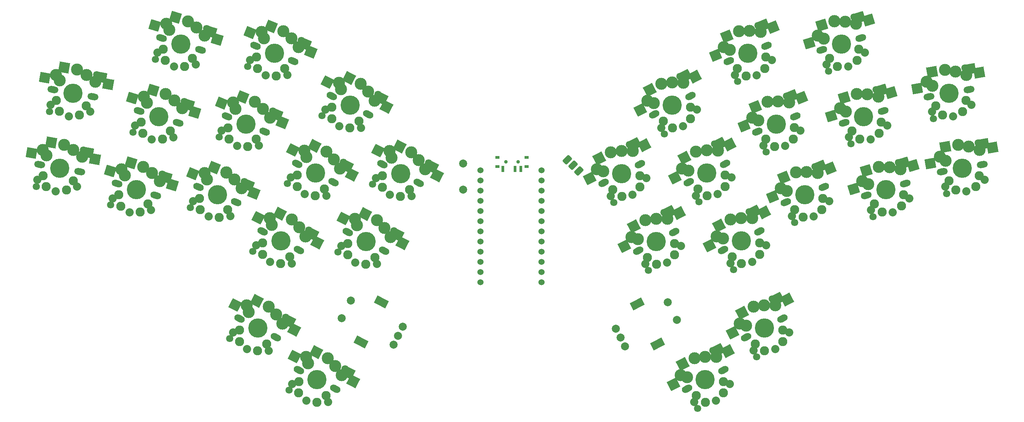
<source format=gbr>
%TF.GenerationSoftware,KiCad,Pcbnew,(6.0.4)*%
%TF.CreationDate,2022-08-21T15:28:52+02:00*%
%TF.ProjectId,Asfoora,4173666f-6f72-4612-9e6b-696361645f70,rev?*%
%TF.SameCoordinates,Original*%
%TF.FileFunction,Soldermask,Bot*%
%TF.FilePolarity,Negative*%
%FSLAX46Y46*%
G04 Gerber Fmt 4.6, Leading zero omitted, Abs format (unit mm)*
G04 Created by KiCad (PCBNEW (6.0.4)) date 2022-08-21 15:28:52*
%MOMM*%
%LPD*%
G01*
G04 APERTURE LIST*
G04 Aperture macros list*
%AMRoundRect*
0 Rectangle with rounded corners*
0 $1 Rounding radius*
0 $2 $3 $4 $5 $6 $7 $8 $9 X,Y pos of 4 corners*
0 Add a 4 corners polygon primitive as box body*
4,1,4,$2,$3,$4,$5,$6,$7,$8,$9,$2,$3,0*
0 Add four circle primitives for the rounded corners*
1,1,$1+$1,$2,$3*
1,1,$1+$1,$4,$5*
1,1,$1+$1,$6,$7*
1,1,$1+$1,$8,$9*
0 Add four rect primitives between the rounded corners*
20,1,$1+$1,$2,$3,$4,$5,0*
20,1,$1+$1,$4,$5,$6,$7,0*
20,1,$1+$1,$6,$7,$8,$9,0*
20,1,$1+$1,$8,$9,$2,$3,0*%
%AMHorizOval*
0 Thick line with rounded ends*
0 $1 width*
0 $2 $3 position (X,Y) of the first rounded end (center of the circle)*
0 $4 $5 position (X,Y) of the second rounded end (center of the circle)*
0 Add line between two ends*
20,1,$1,$2,$3,$4,$5,0*
0 Add two circle primitives to create the rounded ends*
1,1,$1,$2,$3*
1,1,$1,$4,$5*%
%AMRotRect*
0 Rectangle, with rotation*
0 The origin of the aperture is its center*
0 $1 length*
0 $2 width*
0 $3 Rotation angle, in degrees counterclockwise*
0 Add horizontal line*
21,1,$1,$2,0,0,$3*%
G04 Aperture macros list end*
%ADD10C,3.000000*%
%ADD11C,4.800000*%
%ADD12HorizOval,1.701800X0.492404X-0.086824X-0.492404X0.086824X0*%
%ADD13C,1.800000*%
%ADD14HorizOval,1.706624X0.490029X-0.086405X-0.490029X0.086405X0*%
%ADD15RotRect,2.600000X2.600000X350.000000*%
%ADD16C,2.032000*%
%ADD17C,2.286000*%
%ADD18RotRect,2.550000X2.500000X350.000000*%
%ADD19HorizOval,1.706624X0.443354X0.225900X-0.443354X-0.225900X0*%
%ADD20HorizOval,1.701800X0.445503X0.226995X-0.445503X-0.226995X0*%
%ADD21RotRect,2.600000X2.600000X27.000000*%
%ADD22RotRect,2.550000X2.500000X27.000000*%
%ADD23HorizOval,1.701800X0.463592X-0.187303X-0.463592X0.187303X0*%
%ADD24HorizOval,1.706624X0.461356X-0.186400X-0.461356X0.186400X0*%
%ADD25RotRect,2.600000X2.600000X338.000000*%
%ADD26RotRect,2.550000X2.500000X338.000000*%
%ADD27HorizOval,1.706624X0.443354X-0.225900X-0.443354X0.225900X0*%
%ADD28HorizOval,1.701800X0.445503X-0.226995X-0.445503X0.226995X0*%
%ADD29RotRect,2.600000X2.600000X333.000000*%
%ADD30RotRect,2.550000X2.500000X333.000000*%
%ADD31C,2.000000*%
%ADD32RotRect,3.200000X2.000000X27.000000*%
%ADD33HorizOval,1.701800X0.478152X0.146186X-0.478152X-0.146186X0*%
%ADD34HorizOval,1.706624X0.475846X0.145481X-0.475846X-0.145481X0*%
%ADD35RotRect,2.550000X2.500000X17.000000*%
%ADD36RotRect,2.600000X2.600000X17.000000*%
%ADD37HorizOval,1.701800X0.463592X0.187303X-0.463592X-0.187303X0*%
%ADD38HorizOval,1.706624X0.461356X0.186400X-0.461356X-0.186400X0*%
%ADD39RotRect,2.600000X2.600000X22.000000*%
%ADD40RotRect,2.550000X2.500000X22.000000*%
%ADD41HorizOval,1.706624X0.490029X0.086405X-0.490029X-0.086405X0*%
%ADD42HorizOval,1.701800X0.492404X0.086824X-0.492404X-0.086824X0*%
%ADD43RotRect,2.600000X2.600000X10.000000*%
%ADD44RotRect,2.550000X2.500000X10.000000*%
%ADD45HorizOval,1.706624X0.475846X-0.145481X-0.475846X0.145481X0*%
%ADD46HorizOval,1.701800X0.478152X-0.146186X-0.478152X0.146186X0*%
%ADD47RotRect,2.550000X2.500000X343.000000*%
%ADD48RotRect,2.600000X2.600000X343.000000*%
%ADD49C,1.524000*%
%ADD50RotRect,3.200000X2.000000X153.000000*%
%ADD51RoundRect,0.375000X0.795495X0.265165X0.265165X0.795495X-0.795495X-0.265165X-0.265165X-0.795495X0*%
%ADD52R,1.000000X0.800000*%
%ADD53C,0.900000*%
%ADD54R,0.700000X1.500000*%
G04 APERTURE END LIST*
D10*
%TO.C,SW11*%
X45922887Y-72060459D03*
X36074810Y-70323977D03*
X41380874Y-69025640D03*
D11*
X40348853Y-74884792D03*
D10*
X45919937Y-72063297D03*
X43728262Y-70326328D03*
D12*
X45347541Y-75770218D03*
D13*
X34461066Y-79482234D03*
D14*
X35342582Y-74002051D03*
D10*
X37033667Y-71725074D03*
X41377925Y-69028479D03*
D13*
X46236639Y-70287350D03*
D15*
X49145183Y-72631995D03*
D16*
X34763766Y-77759275D03*
D17*
X43658719Y-78048257D03*
D18*
X47421292Y-70977509D03*
D17*
X36154484Y-76725058D03*
D16*
X44611843Y-79495756D03*
D18*
X33281549Y-71063474D03*
D15*
X38155628Y-68456942D03*
D17*
X36964123Y-79447003D03*
D16*
X39323144Y-80695612D03*
D17*
X41966947Y-80329136D03*
%TD*%
D19*
%TO.C,SW24*%
X211628104Y-117057300D03*
D10*
X213454972Y-109453069D03*
X209999366Y-113679194D03*
D13*
X218092921Y-107534401D03*
D10*
X216113100Y-109075109D03*
D11*
X216157535Y-114749440D03*
D10*
X218909431Y-109139289D03*
X213455619Y-109449027D03*
X218908783Y-109143331D03*
D20*
X220682528Y-112448286D03*
D10*
X211608344Y-114221105D03*
D13*
X214222150Y-121964478D03*
D17*
X220704733Y-115283968D03*
D21*
X221826830Y-107656512D03*
D22*
X219454374Y-107372645D03*
D17*
X213915263Y-118743376D03*
D16*
X222337059Y-115866388D03*
X213426994Y-120406293D03*
D17*
X220726291Y-118123693D03*
D16*
X218835406Y-120007454D03*
D17*
X216199977Y-120429965D03*
D21*
X210537572Y-110935846D03*
D22*
X208213609Y-115950809D03*
%TD*%
D20*
%TO.C,SW20*%
X205909859Y-125306387D03*
D11*
X201384866Y-127607541D03*
D10*
X204136114Y-122001432D03*
D13*
X203320252Y-120392502D03*
D10*
X204136762Y-121997390D03*
X198682303Y-122311170D03*
X196835675Y-127079206D03*
X195226697Y-126537295D03*
D19*
X196855435Y-129915401D03*
D10*
X201340431Y-121933210D03*
X198682950Y-122307128D03*
D13*
X199449481Y-134822579D03*
D17*
X199142594Y-131601477D03*
D16*
X207564390Y-128724489D03*
D22*
X204681705Y-120230746D03*
D21*
X207054161Y-120514613D03*
D16*
X198654325Y-133264394D03*
D17*
X205932064Y-128142069D03*
X205953622Y-130981794D03*
D22*
X193440940Y-128808910D03*
D17*
X201427308Y-133288066D03*
D21*
X195764903Y-123793947D03*
D16*
X204062737Y-132865555D03*
%TD*%
D11*
%TO.C,SW22*%
X201776206Y-76061718D03*
D13*
X203711592Y-68846679D03*
D10*
X201731771Y-70387387D03*
X199073643Y-70765347D03*
X204528102Y-70451567D03*
D13*
X199840821Y-83276756D03*
D10*
X199074290Y-70761305D03*
X197227015Y-75533383D03*
D20*
X206301199Y-73760564D03*
D10*
X204527454Y-70455609D03*
D19*
X197246775Y-78369578D03*
D10*
X195618037Y-74991472D03*
D17*
X206323404Y-76596246D03*
D16*
X199045665Y-81718571D03*
D22*
X205073045Y-68684923D03*
D16*
X207955730Y-77178666D03*
D17*
X199533934Y-80055654D03*
D21*
X207445501Y-68968790D03*
D22*
X193832280Y-77263087D03*
D16*
X204454077Y-81319732D03*
D17*
X206344962Y-79435971D03*
X201818648Y-81742243D03*
D21*
X196156243Y-72248124D03*
%TD*%
D10*
%TO.C,SW5*%
X91309740Y-42460906D03*
X98148858Y-42484611D03*
D13*
X100610525Y-42968005D03*
D10*
X99934979Y-44637135D03*
D23*
X98600904Y-48146205D03*
D10*
X96123195Y-40724296D03*
X90663141Y-40891069D03*
D13*
X87180553Y-49513680D03*
D11*
X93895539Y-46240843D03*
D10*
X96119719Y-40726460D03*
D24*
X89182200Y-44336530D03*
D10*
X99931504Y-44639298D03*
D16*
X97106700Y-51637372D03*
D17*
X96475355Y-50023339D03*
X89410214Y-47168836D03*
D16*
X87834861Y-47891306D03*
D25*
X102968031Y-45866134D03*
D26*
X101625798Y-43889385D03*
X87777170Y-41033655D03*
D17*
X89636237Y-49999634D03*
X94346331Y-51902635D03*
D16*
X91684107Y-51711425D03*
D25*
X93086667Y-39497460D03*
%TD*%
D10*
%TO.C,SW8*%
X118905834Y-58066728D03*
X109995769Y-53526824D03*
D13*
X105774924Y-61813095D03*
D10*
X110503088Y-55147042D03*
D11*
X112749604Y-59137962D03*
D10*
X115445930Y-53838413D03*
D27*
X108220172Y-56830101D03*
D13*
X119724284Y-56462828D03*
D10*
X117314115Y-55766725D03*
X118902184Y-58068580D03*
D28*
X117271000Y-61446174D03*
D10*
X115449581Y-53836561D03*
D29*
X121820230Y-59555399D03*
D16*
X115478207Y-64793827D03*
X106568141Y-60253922D03*
D17*
X108200467Y-59671502D03*
D30*
X120655390Y-57469189D03*
D17*
X114989937Y-63130910D03*
D16*
X110069794Y-64394988D03*
D17*
X108178910Y-62511227D03*
X112705223Y-64817499D03*
D30*
X107108353Y-53417338D03*
D29*
X112531534Y-52349741D03*
%TD*%
D31*
%TO.C,SW33*%
X140970000Y-73712000D03*
X140970000Y-80212000D03*
%TD*%
%TO.C,SW16*%
X179119418Y-114910907D03*
X181389370Y-119365940D03*
X180254394Y-117138424D03*
D32*
X189479290Y-118723132D03*
X184394596Y-108743858D03*
D31*
X194308965Y-112783078D03*
X192039012Y-108328045D03*
%TD*%
D10*
%TO.C,SW30*%
X239161610Y-56365231D03*
D11*
X240902071Y-62054302D03*
D13*
X237743210Y-68823652D03*
D10*
X244585012Y-57011112D03*
X239160270Y-56369100D03*
X241843648Y-56458461D03*
D13*
X244060932Y-55284952D03*
D10*
X244586352Y-57007244D03*
D33*
X245757910Y-60573865D03*
D34*
X236040696Y-63540573D03*
D10*
X235023304Y-59930961D03*
X236513737Y-60744035D03*
D17*
X238000324Y-65598195D03*
D16*
X237230710Y-67151061D03*
X246793758Y-64227344D03*
D35*
X245429791Y-55362067D03*
D36*
X247716910Y-56053594D03*
D17*
X245287367Y-63370322D03*
X244815484Y-66170648D03*
D36*
X236029711Y-57322749D03*
D16*
X242626214Y-67697442D03*
D35*
X232870216Y-61857971D03*
D17*
X239957456Y-67655897D03*
%TD*%
D10*
%TO.C,SW19*%
X110671354Y-126541675D03*
X102268608Y-123621989D03*
X107211450Y-122313360D03*
X107215101Y-122311508D03*
D13*
X111489804Y-124937775D03*
X97540444Y-130288042D03*
D10*
X101761289Y-122001771D03*
X110667704Y-126543527D03*
D27*
X99985692Y-125305048D03*
D11*
X104515124Y-127612909D03*
D28*
X109036520Y-129921121D03*
D10*
X109079635Y-124241672D03*
D30*
X112420910Y-125944136D03*
D17*
X99965987Y-128146449D03*
D16*
X98333661Y-128728869D03*
X107243727Y-133268774D03*
D17*
X106755457Y-131605857D03*
D29*
X113585750Y-128030346D03*
D16*
X101835314Y-132869935D03*
D17*
X104470743Y-133292446D03*
X99944430Y-130986174D03*
D30*
X98873873Y-121892285D03*
D29*
X104297054Y-120824688D03*
%TD*%
D10*
%TO.C,SW25*%
X215235259Y-40887455D03*
X209775205Y-40720682D03*
D37*
X216713211Y-44338396D03*
D10*
X215234262Y-40891425D03*
D13*
X214561731Y-39217510D03*
D10*
X207519046Y-45313601D03*
D11*
X212004878Y-46236413D03*
D13*
X209448026Y-53255317D03*
D10*
X212455162Y-40579802D03*
D38*
X207291539Y-48140726D03*
D10*
X209774208Y-40724653D03*
X205963421Y-44633521D03*
D17*
X209423044Y-50019724D03*
X216488185Y-47165222D03*
D39*
X218270789Y-39664588D03*
D40*
X215932102Y-39175028D03*
D16*
X208791700Y-51633758D03*
X218063538Y-47887692D03*
D17*
X216262163Y-49996020D03*
D39*
X206738677Y-41947519D03*
D17*
X211552069Y-51899021D03*
D16*
X214214293Y-51707811D03*
D40*
X203986475Y-46740852D03*
%TD*%
D10*
%TO.C,SW6*%
X89005670Y-58340789D03*
X92817454Y-62253628D03*
D11*
X86778014Y-63857336D03*
D10*
X84192215Y-60077399D03*
X91031333Y-60101104D03*
D23*
X91483379Y-65762698D03*
D10*
X92813979Y-62255791D03*
D13*
X80063028Y-67130173D03*
D10*
X83545616Y-58507562D03*
D13*
X93493000Y-60584498D03*
D10*
X89002194Y-58342953D03*
D24*
X82064675Y-61953023D03*
D16*
X89989175Y-69253865D03*
D17*
X82292689Y-64785329D03*
X89357830Y-67639832D03*
D25*
X95850506Y-63482627D03*
D26*
X94508273Y-61505878D03*
D16*
X80717336Y-65507799D03*
X84566582Y-69327918D03*
D17*
X87228806Y-69519128D03*
D25*
X85969142Y-57113953D03*
D17*
X82518712Y-67616127D03*
D26*
X80659645Y-58650148D03*
%TD*%
D13*
%TO.C,SW10*%
X102472645Y-90321076D03*
D28*
X100019361Y-95304422D03*
D10*
X98197942Y-87694809D03*
X101654195Y-91924976D03*
D11*
X95497965Y-92996210D03*
D10*
X101650545Y-91926828D03*
D27*
X90968533Y-90688349D03*
D10*
X100062476Y-89624973D03*
X92744130Y-87385072D03*
X93251449Y-89005290D03*
D13*
X88523285Y-95671343D03*
D10*
X98194291Y-87696661D03*
D30*
X103403751Y-91327437D03*
D29*
X104568591Y-93413647D03*
D17*
X97738298Y-96989158D03*
X90948828Y-93529750D03*
D16*
X89316502Y-94112170D03*
X98226568Y-98652075D03*
X92818155Y-98253236D03*
D29*
X95279895Y-86207989D03*
D30*
X89856714Y-87275586D03*
D17*
X90927271Y-96369475D03*
X95453584Y-98675747D03*
%TD*%
D10*
%TO.C,SW32*%
X259975745Y-72059163D03*
D41*
X260545652Y-75765859D03*
D42*
X270551986Y-74005494D03*
D10*
X267168442Y-69443737D03*
D13*
X269512213Y-68549194D03*
D10*
X269822021Y-70326357D03*
X261355979Y-73047815D03*
D11*
X265551922Y-74883118D03*
D10*
X264517757Y-69024344D03*
X264515956Y-69028021D03*
X269823822Y-70322681D03*
D13*
X261591631Y-81217042D03*
D16*
X261286788Y-79494461D03*
D43*
X273047266Y-69757659D03*
D44*
X270861471Y-68792557D03*
D17*
X262239913Y-78046962D03*
X269744148Y-76723763D03*
D16*
X271134866Y-77757979D03*
X266575488Y-80694316D03*
D17*
X268934508Y-79445707D03*
D44*
X257603862Y-73709414D03*
D43*
X261292511Y-69593042D03*
D17*
X263931685Y-80327840D03*
%TD*%
D13*
%TO.C,SW27*%
X228796781Y-74450496D03*
D37*
X230948261Y-79571382D03*
D10*
X229469312Y-76124411D03*
D38*
X221526589Y-83373712D03*
D10*
X221754096Y-80546587D03*
X224010255Y-75953668D03*
X226690212Y-75812788D03*
D11*
X226239928Y-81469399D03*
D10*
X220198471Y-79866507D03*
X224009258Y-75957639D03*
X229470309Y-76120441D03*
D13*
X223683076Y-88488303D03*
D17*
X230723235Y-82398208D03*
D40*
X230167152Y-74408014D03*
D17*
X223658094Y-85252710D03*
D39*
X232505839Y-74897574D03*
D16*
X232298588Y-83120678D03*
X223026750Y-86866744D03*
D17*
X225787119Y-87132007D03*
D16*
X228449343Y-86940797D03*
D39*
X220973727Y-77180505D03*
D40*
X218221525Y-81973838D03*
D17*
X230497213Y-85229006D03*
%TD*%
D10*
%TO.C,SW14*%
X61178735Y-74540300D03*
D13*
X53039441Y-84073181D03*
D45*
X54582253Y-78741277D03*
D13*
X65847815Y-76381916D03*
D10*
X55757267Y-75179854D03*
D46*
X64297151Y-81715561D03*
D10*
X63353385Y-76114909D03*
D11*
X59443628Y-80227548D03*
D10*
X65320314Y-78103571D03*
X56538226Y-76687363D03*
X65317041Y-78106029D03*
X61182008Y-74537841D03*
D17*
X62343294Y-83770805D03*
D16*
X63112908Y-85323671D03*
D47*
X66939528Y-77211303D03*
D17*
X55056252Y-81542933D03*
D16*
X53549861Y-82399954D03*
D48*
X68448939Y-79063546D03*
D16*
X57717404Y-85870053D03*
D17*
X60386163Y-85828507D03*
X55528134Y-84343259D03*
D47*
X52894705Y-75573427D03*
D48*
X58050109Y-73580324D03*
%TD*%
D10*
%TO.C,SW2*%
X67648350Y-40347782D03*
D13*
X64149565Y-47733600D03*
D10*
X74463509Y-39775328D03*
D46*
X75407275Y-45375980D03*
D10*
X72288859Y-38200719D03*
X72292132Y-38198260D03*
X66867391Y-38840273D03*
X76430438Y-41763990D03*
X76427165Y-41766448D03*
D11*
X70553752Y-43887967D03*
D13*
X76957939Y-40042335D03*
D45*
X65692377Y-42401696D03*
D48*
X79559063Y-42723965D03*
D17*
X73453418Y-47431224D03*
D16*
X64659985Y-46060373D03*
D47*
X78049652Y-40871722D03*
D16*
X74223032Y-48984090D03*
D17*
X66166376Y-45203352D03*
D47*
X64004829Y-39233846D03*
D17*
X66638258Y-48003678D03*
D48*
X69160233Y-37240743D03*
D17*
X71496287Y-49488926D03*
D16*
X68827528Y-49530472D03*
%TD*%
D10*
%TO.C,SW15*%
X95898685Y-113683574D03*
X94306966Y-111383571D03*
D11*
X89742455Y-114754808D03*
D13*
X82767775Y-117429941D03*
D27*
X85213023Y-112446947D03*
D10*
X87495939Y-110763888D03*
D28*
X94263851Y-117063020D03*
D10*
X86988620Y-109143670D03*
X92438781Y-109455259D03*
X92442432Y-109453407D03*
X95895035Y-113685426D03*
D13*
X96717135Y-112079674D03*
D17*
X85193318Y-115288348D03*
D16*
X83560992Y-115870768D03*
D29*
X98813081Y-115172245D03*
D16*
X92471058Y-120410673D03*
D30*
X97648241Y-113086035D03*
D17*
X91982788Y-118747756D03*
D30*
X84101204Y-109034184D03*
D17*
X85171761Y-118128073D03*
X89698074Y-120434345D03*
D16*
X87062645Y-120011834D03*
D29*
X89524385Y-107966587D03*
%TD*%
D49*
%TO.C,U1*%
X160519400Y-75438000D03*
X160519400Y-77978000D03*
X160519400Y-80518000D03*
X160519400Y-83058000D03*
X160519400Y-85598000D03*
X160519400Y-88138000D03*
X160519400Y-90678000D03*
X160519400Y-93218000D03*
X160519400Y-95758000D03*
X160519400Y-98298000D03*
X160519400Y-100838000D03*
X160519400Y-103378000D03*
X145299400Y-103378000D03*
X145299400Y-100838000D03*
X145299400Y-98298000D03*
X145299400Y-95758000D03*
X145299400Y-93218000D03*
X145299400Y-90678000D03*
X145299400Y-88138000D03*
X145299400Y-85598000D03*
X145299400Y-83058000D03*
X145299400Y-80518000D03*
X145299400Y-77978000D03*
X145299400Y-75438000D03*
%TD*%
D31*
%TO.C,SW1*%
X123622812Y-118916489D03*
X125892764Y-114461456D03*
X124757788Y-116688973D03*
D50*
X115532892Y-118273681D03*
X120617586Y-108294407D03*
D31*
X112973170Y-107878594D03*
X110703217Y-112333627D03*
%TD*%
D10*
%TO.C,SW18*%
X183001823Y-92081853D03*
X186458076Y-87851686D03*
X186457429Y-87855728D03*
X184610801Y-92623764D03*
D13*
X187224607Y-100367137D03*
D10*
X191911888Y-87541948D03*
X191911240Y-87545990D03*
D11*
X189159992Y-93152099D03*
D20*
X193684985Y-90850945D03*
D10*
X189115557Y-87477768D03*
D19*
X184630561Y-95459959D03*
D13*
X191095378Y-85937060D03*
D21*
X194829287Y-86059171D03*
D16*
X195339516Y-94269047D03*
D17*
X186917720Y-97146035D03*
D22*
X192456831Y-85775304D03*
D17*
X193707190Y-93686627D03*
D16*
X186429451Y-98808952D03*
X191837863Y-98410113D03*
D17*
X193728748Y-96526352D03*
X189202434Y-98832624D03*
D21*
X183540029Y-89338505D03*
D22*
X181216066Y-94353468D03*
%TD*%
D10*
%TO.C,SW4*%
X44671152Y-50297217D03*
D12*
X48637819Y-57041795D03*
D13*
X37751344Y-60753811D03*
D10*
X39365088Y-51595554D03*
D11*
X43639131Y-56156369D03*
D10*
X44668203Y-50300056D03*
X40323945Y-52996651D03*
X47018540Y-51597905D03*
X49210215Y-53334874D03*
D13*
X49526917Y-51558927D03*
D10*
X49213165Y-53332036D03*
D14*
X38632860Y-55273628D03*
D18*
X50711570Y-52249086D03*
D16*
X47902121Y-60767333D03*
D17*
X46948997Y-59319834D03*
D15*
X52435461Y-53903572D03*
D17*
X39444762Y-57996635D03*
D16*
X38054044Y-59030852D03*
D15*
X41445906Y-49728519D03*
D18*
X36571827Y-52335051D03*
D17*
X45257225Y-61600713D03*
X40254401Y-60718580D03*
D16*
X42613422Y-61967189D03*
%TD*%
D11*
%TO.C,SW7*%
X79660489Y-81473829D03*
D10*
X81884669Y-75959446D03*
X83913808Y-77717597D03*
X81888145Y-75957282D03*
X77074690Y-77693892D03*
D24*
X74947150Y-79569516D03*
D13*
X86375475Y-78200991D03*
D10*
X76428091Y-76124055D03*
X85696454Y-79872284D03*
D23*
X84365854Y-83379191D03*
D13*
X72945503Y-84746666D03*
D10*
X85699929Y-79870121D03*
D16*
X73599811Y-83124292D03*
D25*
X88732981Y-81099120D03*
D17*
X82240305Y-85256325D03*
X75175164Y-82401822D03*
D26*
X87390748Y-79122371D03*
D16*
X82871650Y-86870358D03*
D26*
X73542120Y-76266641D03*
D17*
X80111281Y-87135621D03*
D25*
X78851617Y-74730446D03*
D16*
X77449057Y-86944411D03*
D17*
X75401187Y-85232620D03*
%TD*%
D10*
%TO.C,SW29*%
X236288586Y-38288670D03*
X233606548Y-38195440D03*
X229468242Y-41761170D03*
D34*
X230485634Y-45370782D03*
D10*
X230958675Y-42574244D03*
X239031290Y-38837453D03*
D11*
X235347009Y-43884511D03*
D10*
X233605208Y-38199309D03*
D13*
X232188148Y-50653861D03*
X238505870Y-37115161D03*
D10*
X239029950Y-38841321D03*
D33*
X240202848Y-42404074D03*
D35*
X239874729Y-37192276D03*
D36*
X242161848Y-37883803D03*
D16*
X241238696Y-46057553D03*
D17*
X232445262Y-47428404D03*
D16*
X231675648Y-48981270D03*
D17*
X239732305Y-45200531D03*
D36*
X230474649Y-39152958D03*
D16*
X237071152Y-49527651D03*
D17*
X239260422Y-48000857D03*
X234402394Y-49486106D03*
D35*
X227315154Y-43688180D03*
%TD*%
D13*
%TO.C,SW9*%
X97149104Y-78742219D03*
D10*
X108688295Y-72695849D03*
X110280014Y-74995852D03*
D28*
X108645180Y-78375298D03*
D11*
X104123784Y-76067086D03*
D27*
X99594352Y-73759225D03*
D10*
X106823761Y-70765685D03*
X110276364Y-74997704D03*
X101369949Y-70455948D03*
D13*
X111098464Y-73391952D03*
D10*
X106820110Y-70767537D03*
X101877268Y-72076166D03*
D17*
X106364117Y-80060034D03*
D30*
X112029570Y-74398313D03*
D16*
X97942321Y-77183046D03*
D29*
X113194410Y-76484523D03*
D17*
X99574647Y-76600626D03*
D16*
X106852387Y-81722951D03*
D30*
X98482533Y-70346462D03*
D16*
X101443974Y-81324112D03*
D17*
X99553090Y-79440351D03*
X104079403Y-81746623D03*
D29*
X103905714Y-69278865D03*
%TD*%
D13*
%TO.C,SW12*%
X118391138Y-78903476D03*
D28*
X129887214Y-78536555D03*
D10*
X128065795Y-70926942D03*
X128062144Y-70928794D03*
D27*
X120836386Y-73920482D03*
D10*
X131518398Y-75158961D03*
X123119302Y-72237423D03*
X129930329Y-72857106D03*
D13*
X132340498Y-73553209D03*
D11*
X125365818Y-76228343D03*
D10*
X131522048Y-75157109D03*
X122611983Y-70617205D03*
D29*
X134436444Y-76645780D03*
D17*
X120816681Y-76761883D03*
D16*
X119184355Y-77344303D03*
D17*
X127606151Y-80221291D03*
D30*
X133271604Y-74559570D03*
D16*
X128094421Y-81884208D03*
D17*
X125321437Y-81907880D03*
D29*
X125147748Y-69440122D03*
D16*
X122686008Y-81485369D03*
D17*
X120795124Y-79601608D03*
D30*
X119724567Y-70507719D03*
%TD*%
D19*
%TO.C,SW17*%
X176004741Y-78530835D03*
D10*
X177831609Y-70926604D03*
X174376003Y-75152729D03*
X183286068Y-70612824D03*
X177832256Y-70922562D03*
D11*
X180534172Y-76222975D03*
D10*
X183285420Y-70616866D03*
D13*
X182469558Y-69007936D03*
X178598787Y-83438013D03*
D10*
X180489737Y-70548644D03*
D20*
X185059165Y-73921821D03*
D10*
X175984981Y-75694640D03*
D22*
X183831011Y-68846180D03*
D17*
X178291900Y-80216911D03*
D16*
X186713696Y-77339923D03*
X177803631Y-81879828D03*
D17*
X185081370Y-76757503D03*
D21*
X186203467Y-69130047D03*
D22*
X172590246Y-77424344D03*
D17*
X185102928Y-79597228D03*
X180576614Y-81903500D03*
D21*
X174914209Y-72409381D03*
D16*
X183212043Y-81480989D03*
%TD*%
D13*
%TO.C,SW21*%
X195085772Y-51917555D03*
D20*
X197675379Y-56831440D03*
D11*
X193150386Y-59132594D03*
D10*
X195902282Y-53522443D03*
X195901634Y-53526485D03*
X190448470Y-53832181D03*
D19*
X188620955Y-61440454D03*
D10*
X190447823Y-53836223D03*
X193105951Y-53458263D03*
D13*
X191215001Y-66347632D03*
D10*
X188601195Y-58604259D03*
X186992217Y-58062348D03*
D21*
X198819681Y-52039666D03*
D17*
X197697584Y-59667122D03*
D16*
X199329910Y-60249542D03*
X190419845Y-64789447D03*
D22*
X196447225Y-51755799D03*
D17*
X190908114Y-63126530D03*
D21*
X187530423Y-55319000D03*
D17*
X193192828Y-64813119D03*
X197719142Y-62506847D03*
D16*
X195828257Y-64390608D03*
D22*
X185206460Y-60333963D03*
%TD*%
D10*
%TO.C,SW31*%
X263863176Y-50728571D03*
D13*
X258286365Y-62501876D03*
D11*
X262246656Y-56167952D03*
D10*
X266518556Y-51607515D03*
D41*
X257240386Y-57050693D03*
D42*
X267246720Y-55290328D03*
D10*
X261210690Y-50312855D03*
X266516755Y-51611191D03*
X258050713Y-54332649D03*
D13*
X266206947Y-49834028D03*
D10*
X261212491Y-50309178D03*
X256670479Y-53343997D03*
D44*
X267556205Y-50077391D03*
D17*
X258934647Y-59331796D03*
D16*
X267829600Y-59042813D03*
D17*
X266438882Y-58008597D03*
D43*
X269742000Y-51042493D03*
D16*
X257981522Y-60779295D03*
D43*
X257987245Y-50877876D03*
D16*
X263270222Y-61979150D03*
D17*
X260626419Y-61612674D03*
D44*
X254298596Y-54994248D03*
D17*
X265629242Y-60730541D03*
%TD*%
D10*
%TO.C,SW26*%
X214636571Y-62930094D03*
X216891733Y-58341146D03*
X222352784Y-58503948D03*
D11*
X219122403Y-63852906D03*
D13*
X216565551Y-70871810D03*
D10*
X222351787Y-58507918D03*
D13*
X221679256Y-56834003D03*
D10*
X213080946Y-62250014D03*
X219572687Y-58196295D03*
D38*
X214409064Y-65757219D03*
D37*
X223830736Y-61954889D03*
D10*
X216892730Y-58337175D03*
D40*
X223049627Y-56791521D03*
D16*
X225181063Y-65504185D03*
D39*
X225388314Y-57281081D03*
D16*
X215909225Y-69250251D03*
D17*
X223605710Y-64781715D03*
X216540569Y-67636217D03*
D16*
X221331818Y-69324304D03*
D39*
X213856202Y-59564012D03*
D17*
X218669594Y-69515514D03*
X223379688Y-67612513D03*
D40*
X211104000Y-64357345D03*
%TD*%
D33*
%TO.C,SW28*%
X251312972Y-78743655D03*
D10*
X247398710Y-74628251D03*
D34*
X241595758Y-81710363D03*
D10*
X244715332Y-74538890D03*
D11*
X246457133Y-80224092D03*
D10*
X250140074Y-75180902D03*
D13*
X243298272Y-86993442D03*
D10*
X250141414Y-75177034D03*
X244716672Y-74535021D03*
X242068799Y-78913825D03*
X240578366Y-78100751D03*
D13*
X249615994Y-73454742D03*
D36*
X253271972Y-74223384D03*
D35*
X250984853Y-73531857D03*
D17*
X243555386Y-83767985D03*
X250842429Y-81540112D03*
D16*
X242785772Y-85320851D03*
X252348820Y-82397134D03*
D36*
X241584773Y-75492539D03*
D16*
X248181276Y-85867232D03*
D17*
X250370546Y-84340438D03*
D35*
X238425278Y-80027761D03*
D17*
X245512518Y-85825687D03*
%TD*%
D10*
%TO.C,SW3*%
X66734121Y-56370890D03*
X61312653Y-57010444D03*
X70875700Y-59934161D03*
X70872427Y-59936619D03*
D13*
X58594827Y-65903771D03*
D45*
X60137639Y-60571867D03*
D10*
X62093612Y-58517953D03*
D13*
X71403201Y-58212506D03*
D10*
X66737394Y-56368431D03*
D46*
X69852537Y-63546151D03*
D10*
X68908771Y-57945499D03*
D11*
X64999014Y-62058138D03*
D16*
X59105247Y-64230544D03*
D17*
X67898680Y-65601395D03*
X60611638Y-63373523D03*
D48*
X74004325Y-60894136D03*
D16*
X68668294Y-67154261D03*
D47*
X72494914Y-59041893D03*
D48*
X63605495Y-55410914D03*
D16*
X63272790Y-67700643D03*
D17*
X65941549Y-67659097D03*
X61083520Y-66173849D03*
D47*
X58450091Y-57404017D03*
%TD*%
D51*
%TO.C,PAD1*%
X169816214Y-75582214D03*
X168402000Y-74168000D03*
X166987786Y-72753786D03*
%TD*%
D10*
%TO.C,SW23*%
X210357590Y-87316511D03*
D11*
X210402025Y-92990842D03*
D10*
X205852834Y-92462507D03*
D19*
X205872594Y-95298702D03*
D10*
X207700109Y-87690429D03*
D20*
X214927018Y-90689688D03*
D13*
X208466640Y-100205880D03*
D10*
X204243856Y-91920596D03*
D13*
X212337411Y-85775803D03*
D10*
X213153921Y-87380691D03*
X213153273Y-87384733D03*
X207699462Y-87694471D03*
D21*
X216071320Y-85897914D03*
D16*
X207671484Y-98647695D03*
X216581549Y-94107790D03*
D22*
X213698864Y-85614047D03*
D17*
X214949223Y-93525370D03*
X208159753Y-96984778D03*
D16*
X213079896Y-98248856D03*
D17*
X214970781Y-96365095D03*
X210444467Y-98671367D03*
D22*
X202458099Y-94192211D03*
D21*
X204782062Y-89177248D03*
%TD*%
D13*
%TO.C,SW13*%
X109765318Y-95832600D03*
D10*
X114493482Y-89166547D03*
D11*
X116739998Y-93157467D03*
D10*
X122892578Y-92088085D03*
X119436324Y-87857918D03*
D13*
X123714678Y-90482333D03*
D10*
X122896228Y-92086233D03*
D27*
X112210566Y-90849606D03*
D10*
X119439975Y-87856066D03*
D28*
X121261394Y-95465679D03*
D10*
X121304509Y-89786230D03*
X113986163Y-87546329D03*
D16*
X110558535Y-94273427D03*
D17*
X118980331Y-97150415D03*
X112190861Y-93691007D03*
D30*
X124645784Y-91488694D03*
D16*
X119468601Y-98813332D03*
D29*
X125810624Y-93574904D03*
D17*
X112169304Y-96530732D03*
D30*
X111098747Y-87436843D03*
D16*
X114060188Y-98414493D03*
D29*
X116521928Y-86369246D03*
D17*
X116695617Y-98837004D03*
%TD*%
D52*
%TO.C,SW34*%
X149512000Y-74440000D03*
X156812000Y-74440000D03*
D53*
X151662000Y-73330000D03*
D52*
X156812000Y-72230000D03*
D53*
X154662000Y-73330000D03*
D52*
X149512000Y-72230000D03*
D54*
X150912000Y-75090000D03*
X153912000Y-75090000D03*
X155412000Y-75090000D03*
%TD*%
M02*

</source>
